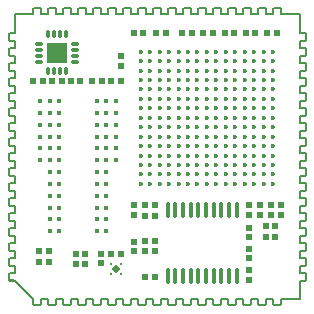
<source format=gbp>
G04 Layer_Color=128*
%FSLAX43Y43*%
%MOMM*%
G71*
G01*
G75*
%ADD16R,0.500X0.500*%
%ADD17R,0.500X0.500*%
%ADD35C,0.200*%
%ADD47C,0.300*%
%ADD48P,0.707X4X180.0*%
%ADD49O,0.750X0.300*%
%ADD50O,0.300X0.750*%
%ADD51R,1.800X1.800*%
%ADD52C,0.360*%
%ADD53C,0.410*%
%ADD54O,0.350X1.400*%
D16*
X-4800Y-8200D02*
D03*
Y-9000D02*
D03*
X-2000Y-7200D02*
D03*
Y-8000D02*
D03*
X7800Y-8600D02*
D03*
Y-7800D02*
D03*
X7800Y-6000D02*
D03*
Y-6800D02*
D03*
Y-9600D02*
D03*
Y-10400D02*
D03*
X-2000Y-4900D02*
D03*
Y-4100D02*
D03*
X-3100Y7700D02*
D03*
Y8500D02*
D03*
X10500Y-4900D02*
D03*
Y-4100D02*
D03*
X9600D02*
D03*
Y-4900D02*
D03*
X8700Y-4100D02*
D03*
Y-4900D02*
D03*
X7800D02*
D03*
Y-4100D02*
D03*
D17*
X-3900Y-8200D02*
D03*
X-3100D02*
D03*
X-6100Y-9100D02*
D03*
X-6900D02*
D03*
X-8100Y6400D02*
D03*
X-8900D02*
D03*
X-1000Y-8000D02*
D03*
X-200D02*
D03*
X-1000Y-7100D02*
D03*
X-200D02*
D03*
X-1000Y-10200D02*
D03*
X-200D02*
D03*
X-1200Y10500D02*
D03*
X-2000D02*
D03*
X-100D02*
D03*
X700D02*
D03*
X2900D02*
D03*
X2100D02*
D03*
X-6900Y-8200D02*
D03*
X-6100D02*
D03*
X5700Y10500D02*
D03*
X6500D02*
D03*
X-9200Y-8900D02*
D03*
X-10000D02*
D03*
X4700Y10500D02*
D03*
X3900D02*
D03*
X-9200Y-8000D02*
D03*
X-10000D02*
D03*
X-4700Y6400D02*
D03*
X-5500D02*
D03*
X9300Y10500D02*
D03*
X10100D02*
D03*
X-3900Y6400D02*
D03*
X-3100D02*
D03*
X8300Y10500D02*
D03*
X7500D02*
D03*
X-7300Y6400D02*
D03*
X-6500D02*
D03*
X10000Y-5900D02*
D03*
X9200D02*
D03*
X10000Y-6800D02*
D03*
X9200D02*
D03*
X-9700Y6400D02*
D03*
X-10500D02*
D03*
X-200Y-5000D02*
D03*
X-1000D02*
D03*
Y-4100D02*
D03*
X-200D02*
D03*
D35*
X9240Y-12080D02*
X9810D01*
X7970D02*
X8540D01*
X6700D02*
X7270D01*
X5430D02*
X6000D01*
X4160D02*
X4730D01*
X2890D02*
X3460D01*
X1620D02*
X2190D01*
X350D02*
X920D01*
X-920D02*
X-350D01*
X-2190D02*
X-1620D01*
X-3460D02*
X-2890D01*
X-4730D02*
X-4160D01*
X-6000D02*
X-5430D01*
X-7270D02*
X-6700D01*
X-8540D02*
X-7970D01*
X-9810D02*
X-9240D01*
X-12480Y-10510D02*
X-12080D01*
X-12580Y-10410D02*
X-12480Y-10510D01*
X-12580Y-10410D02*
Y-9910D01*
X-12480Y-9810D01*
X-12080D01*
X-12480Y-9240D02*
X-12080D01*
X-12580Y-9140D02*
X-12480Y-9240D01*
X-12580Y-9140D02*
Y-8640D01*
X-12480Y-8540D01*
X-12080D01*
X-12480Y-7970D02*
X-12080D01*
X-12580Y-7870D02*
X-12480Y-7970D01*
X-12580Y-7870D02*
Y-7370D01*
X-12480Y-7270D01*
X-12080D01*
X-12480Y-6700D02*
X-12080D01*
X-12580Y-6600D02*
X-12480Y-6700D01*
X-12580Y-6600D02*
Y-6100D01*
X-12480Y-6000D01*
X-12080D01*
X-12480Y-5430D02*
X-12080D01*
X-12580Y-5330D02*
X-12480Y-5430D01*
X-12580Y-5330D02*
Y-4830D01*
X-12480Y-4730D01*
X-12080D01*
X-12480Y-4160D02*
X-12080D01*
X-12580Y-4060D02*
X-12480Y-4160D01*
X-12580Y-4060D02*
Y-3560D01*
X-12480Y-3460D01*
X-12080D01*
X-12480Y-2890D02*
X-12080D01*
X-12580Y-2790D02*
X-12480Y-2890D01*
X-12580Y-2790D02*
Y-2290D01*
X-12480Y-2190D01*
X-12080D01*
X-12480Y-1620D02*
X-12080D01*
X-12580Y-1520D02*
X-12480Y-1620D01*
X-12580Y-1520D02*
Y-1020D01*
X-12480Y-920D01*
X-12080D01*
X-12480Y-350D02*
X-12080D01*
X-12580Y-250D02*
X-12480Y-350D01*
X-12580Y-250D02*
Y250D01*
X-12480Y350D01*
X-12080D01*
X-12480Y920D02*
X-12080D01*
X-12580Y1020D02*
X-12480Y920D01*
X-12580Y1020D02*
Y1520D01*
X-12480Y1620D01*
X-12080D01*
X-12480Y2190D02*
X-12080D01*
X-12580Y2290D02*
X-12480Y2190D01*
X-12580Y2290D02*
Y2790D01*
X-12480Y2890D01*
X-12080D01*
X-12480Y3460D02*
X-12080D01*
X-12580Y3560D02*
X-12480Y3460D01*
X-12580Y3560D02*
Y4060D01*
X-12480Y4160D01*
X-12080D01*
X-12480Y4730D02*
X-12080D01*
X-12580Y4830D02*
X-12480Y4730D01*
X-12580Y4830D02*
Y5330D01*
X-12480Y5430D01*
X-12080D01*
X-12480Y6000D02*
X-12080D01*
X-12580Y6100D02*
X-12480Y6000D01*
X-12580Y6100D02*
Y6600D01*
X-12480Y6700D01*
X-12080D01*
X-12480Y7270D02*
X-12080D01*
X-12580Y7370D02*
X-12480Y7270D01*
X-12580Y7370D02*
Y7870D01*
X-12480Y7970D01*
X-12080D01*
X-12480Y8540D02*
X-12080D01*
X-12580Y8640D02*
X-12480Y8540D01*
X-12580Y8640D02*
Y9140D01*
X-12480Y9240D01*
X-12080D01*
X-12480Y9810D02*
X-12080D01*
X-12580Y9910D02*
X-12480Y9810D01*
X-12580Y9910D02*
Y10410D01*
X-12480Y10510D01*
X-12080D01*
X-10510Y12080D02*
Y12480D01*
X-10410Y12580D01*
X-9910D01*
X-9810Y12480D01*
Y12080D02*
Y12480D01*
X-9240Y12080D02*
Y12480D01*
X-9140Y12580D01*
X-8640D01*
X-8540Y12480D01*
Y12080D02*
Y12480D01*
X-7970Y12080D02*
Y12480D01*
X-7870Y12580D01*
X-7370D01*
X-7270Y12480D01*
Y12080D02*
Y12480D01*
X-6700Y12080D02*
Y12480D01*
X-6600Y12580D01*
X-6100D01*
X-6000Y12480D01*
Y12080D02*
Y12480D01*
X-5430Y12080D02*
Y12480D01*
X-5330Y12580D01*
X-4830D01*
X-4730Y12480D01*
Y12080D02*
Y12480D01*
X-4160Y12080D02*
Y12480D01*
X-4060Y12580D01*
X-3560D01*
X-3460Y12480D01*
Y12080D02*
Y12480D01*
X-2890Y12080D02*
Y12480D01*
X-2790Y12580D01*
X-2290D01*
X-2190Y12480D01*
Y12080D02*
Y12480D01*
X-1620Y12080D02*
Y12480D01*
X-1520Y12580D01*
X-1020D01*
X-920Y12480D01*
Y12080D02*
Y12480D01*
X-350Y12080D02*
Y12480D01*
X-250Y12580D01*
X250D01*
X350Y12480D01*
Y12080D02*
Y12480D01*
X920Y12080D02*
Y12480D01*
X1020Y12580D01*
X1520D01*
X1620Y12480D01*
Y12080D02*
Y12480D01*
X2190Y12080D02*
Y12480D01*
X2290Y12580D01*
X2790D01*
X2890Y12480D01*
Y12080D02*
Y12480D01*
X3460Y12080D02*
Y12480D01*
X3560Y12580D01*
X4060D01*
X4160Y12480D01*
Y12080D02*
Y12480D01*
X4730Y12080D02*
Y12480D01*
X4830Y12580D01*
X5330D01*
X5430Y12480D01*
Y12080D02*
Y12480D01*
X6000Y12080D02*
Y12480D01*
X6100Y12580D01*
X6600D01*
X6700Y12480D01*
Y12080D02*
Y12480D01*
X7270Y12080D02*
Y12480D01*
X7370Y12580D01*
X7870D01*
X7970Y12480D01*
Y12080D02*
Y12480D01*
X8540Y12080D02*
Y12480D01*
X8640Y12580D01*
X9140D01*
X9240Y12480D01*
Y12080D02*
Y12480D01*
X9810Y12080D02*
Y12480D01*
X9910Y12580D01*
X10410D01*
X10510Y12480D01*
Y12080D02*
Y12480D01*
X12080Y10510D02*
X12480D01*
X12580Y10410D01*
Y9910D02*
Y10410D01*
X12480Y9810D02*
X12580Y9910D01*
X12080Y9810D02*
X12480D01*
X12080Y9240D02*
X12480D01*
X12580Y9140D01*
Y8640D02*
Y9140D01*
X12480Y8540D02*
X12580Y8640D01*
X12080Y8540D02*
X12480D01*
X12080Y7970D02*
X12480D01*
X12580Y7870D01*
Y7370D02*
Y7870D01*
X12480Y7270D02*
X12580Y7370D01*
X12080Y7270D02*
X12480D01*
X12080Y6700D02*
X12480D01*
X12580Y6600D01*
Y6100D02*
Y6600D01*
X12480Y6000D02*
X12580Y6100D01*
X12080Y6000D02*
X12480D01*
X12080Y5430D02*
X12480D01*
X12580Y5330D01*
Y4830D02*
Y5330D01*
X12480Y4730D02*
X12580Y4830D01*
X12080Y4730D02*
X12480D01*
X12080Y4160D02*
X12480D01*
X12580Y4060D01*
Y3560D02*
Y4060D01*
X12480Y3460D02*
X12580Y3560D01*
X12080Y3460D02*
X12480D01*
X12080Y2890D02*
X12480D01*
X12580Y2790D01*
Y2290D02*
Y2790D01*
X12480Y2190D02*
X12580Y2290D01*
X12080Y2190D02*
X12480D01*
X12080Y1620D02*
X12480D01*
X12580Y1520D01*
Y1020D02*
Y1520D01*
X12480Y920D02*
X12580Y1020D01*
X12080Y920D02*
X12480D01*
X12080Y350D02*
X12480D01*
X12580Y250D01*
Y-250D02*
Y250D01*
X12480Y-350D02*
X12580Y-250D01*
X12080Y-350D02*
X12480D01*
X12080Y-920D02*
X12480D01*
X12580Y-1020D01*
Y-1520D02*
Y-1020D01*
X12480Y-1620D02*
X12580Y-1520D01*
X12080Y-1620D02*
X12480D01*
X12080Y-2190D02*
X12480D01*
X12580Y-2290D01*
Y-2790D02*
Y-2290D01*
X12480Y-2890D02*
X12580Y-2790D01*
X12080Y-2890D02*
X12480D01*
X12080Y-3460D02*
X12480D01*
X12580Y-3560D01*
Y-4060D02*
Y-3560D01*
X12480Y-4160D02*
X12580Y-4060D01*
X12080Y-4160D02*
X12480D01*
X12080Y-4730D02*
X12480D01*
X12580Y-4830D01*
Y-5330D02*
Y-4830D01*
X12480Y-5430D02*
X12580Y-5330D01*
X12080Y-5430D02*
X12480D01*
X12080Y-6000D02*
X12480D01*
X12580Y-6100D01*
Y-6600D02*
Y-6100D01*
X12480Y-6700D02*
X12580Y-6600D01*
X12080Y-6700D02*
X12480D01*
X12080Y-7270D02*
X12480D01*
X12580Y-7370D01*
Y-7870D02*
Y-7370D01*
X12480Y-7970D02*
X12580Y-7870D01*
X12080Y-7970D02*
X12480D01*
X12080Y-8540D02*
X12480D01*
X12580Y-8640D01*
Y-9140D02*
Y-8640D01*
X12480Y-9240D02*
X12580Y-9140D01*
X12080Y-9240D02*
X12480D01*
X12080Y-9810D02*
X12480D01*
X12580Y-9910D01*
Y-10410D02*
Y-9910D01*
X12480Y-10510D02*
X12580Y-10410D01*
X12080Y-10510D02*
X12480D01*
X10510Y-12480D02*
Y-12080D01*
X10410Y-12580D02*
X10510Y-12480D01*
X9910Y-12580D02*
X10410D01*
X9810Y-12480D02*
X9910Y-12580D01*
X9810Y-12480D02*
Y-12080D01*
X9240Y-12480D02*
Y-12080D01*
X9140Y-12580D02*
X9240Y-12480D01*
X8640Y-12580D02*
X9140D01*
X8540Y-12480D02*
X8640Y-12580D01*
X8540Y-12480D02*
Y-12080D01*
X7970Y-12480D02*
Y-12080D01*
X7870Y-12580D02*
X7970Y-12480D01*
X7370Y-12580D02*
X7870D01*
X7270Y-12480D02*
X7370Y-12580D01*
X7270Y-12480D02*
Y-12080D01*
X6700Y-12480D02*
Y-12080D01*
X6600Y-12580D02*
X6700Y-12480D01*
X6100Y-12580D02*
X6600D01*
X6000Y-12480D02*
X6100Y-12580D01*
X6000Y-12480D02*
Y-12080D01*
X5430Y-12480D02*
Y-12080D01*
X5330Y-12580D02*
X5430Y-12480D01*
X4830Y-12580D02*
X5330D01*
X4730Y-12480D02*
X4830Y-12580D01*
X4730Y-12480D02*
Y-12080D01*
X4160Y-12480D02*
Y-12080D01*
X4060Y-12580D02*
X4160Y-12480D01*
X3560Y-12580D02*
X4060D01*
X3460Y-12480D02*
X3560Y-12580D01*
X3460Y-12480D02*
Y-12080D01*
X2890Y-12480D02*
Y-12080D01*
X2790Y-12580D02*
X2890Y-12480D01*
X2290Y-12580D02*
X2790D01*
X2190Y-12480D02*
X2290Y-12580D01*
X2190Y-12480D02*
Y-12080D01*
X1620Y-12480D02*
Y-12080D01*
X1520Y-12580D02*
X1620Y-12480D01*
X1020Y-12580D02*
X1520D01*
X920Y-12480D02*
X1020Y-12580D01*
X920Y-12480D02*
Y-12080D01*
X350Y-12480D02*
Y-12080D01*
X250Y-12580D02*
X350Y-12480D01*
X-250Y-12580D02*
X250D01*
X-350Y-12480D02*
X-250Y-12580D01*
X-350Y-12480D02*
Y-12080D01*
X-920Y-12480D02*
Y-12080D01*
X-1020Y-12580D02*
X-920Y-12480D01*
X-1520Y-12580D02*
X-1020D01*
X-1620Y-12480D02*
X-1520Y-12580D01*
X-1620Y-12480D02*
Y-12080D01*
X-2190Y-12480D02*
Y-12080D01*
X-2290Y-12580D02*
X-2190Y-12480D01*
X-2790Y-12580D02*
X-2290D01*
X-2890Y-12480D02*
X-2790Y-12580D01*
X-2890Y-12480D02*
Y-12080D01*
X-3460Y-12480D02*
Y-12080D01*
X-3560Y-12580D02*
X-3460Y-12480D01*
X-4060Y-12580D02*
X-3560D01*
X-4160Y-12480D02*
X-4060Y-12580D01*
X-4160Y-12480D02*
Y-12080D01*
X-4730Y-12480D02*
Y-12080D01*
X-4830Y-12580D02*
X-4730Y-12480D01*
X-5330Y-12580D02*
X-4830D01*
X-5430Y-12480D02*
X-5330Y-12580D01*
X-5430Y-12480D02*
Y-12080D01*
X-6000Y-12480D02*
Y-12080D01*
X-6100Y-12580D02*
X-6000Y-12480D01*
X-6600Y-12580D02*
X-6100D01*
X-6700Y-12480D02*
X-6600Y-12580D01*
X-6700Y-12480D02*
Y-12080D01*
X-7270Y-12480D02*
Y-12080D01*
X-7370Y-12580D02*
X-7270Y-12480D01*
X-7870Y-12580D02*
X-7370D01*
X-7970Y-12480D02*
X-7870Y-12580D01*
X-7970Y-12480D02*
Y-12080D01*
X-8540Y-12480D02*
Y-12080D01*
X-8640Y-12580D02*
X-8540Y-12480D01*
X-9140Y-12580D02*
X-8640D01*
X-9240Y-12480D02*
X-9140Y-12580D01*
X-9240Y-12480D02*
Y-12080D01*
X-9810Y-12480D02*
Y-12080D01*
X-9910Y-12580D02*
X-9810Y-12480D01*
X-10410Y-12580D02*
X-9910D01*
X-10510Y-12480D02*
X-10410Y-12580D01*
X-10510Y-12480D02*
Y-12080D01*
X-12446Y-10465D02*
X-12090D01*
X-12573Y-10338D02*
X-12446Y-10465D01*
X-12573Y-10338D02*
Y-9982D01*
X-12446Y-9855D01*
X-12090D01*
X-12080Y-9810D02*
Y-9240D01*
Y-8540D02*
Y-7970D01*
Y-7270D02*
Y-6700D01*
Y-6000D02*
Y-5430D01*
Y-4730D02*
Y-4160D01*
Y-3460D02*
Y-2890D01*
Y-2190D02*
Y-1620D01*
Y-920D02*
Y-350D01*
Y350D02*
Y920D01*
Y1620D02*
Y2190D01*
Y2890D02*
Y3460D01*
Y4160D02*
Y4730D01*
Y5430D02*
Y6000D01*
Y6700D02*
Y7270D01*
Y7970D02*
Y8540D01*
Y9240D02*
Y9810D01*
X-9810Y12080D02*
X-9240D01*
X-8540D02*
X-7970D01*
X-7270D02*
X-6700D01*
X-6000D02*
X-5430D01*
X-4730D02*
X-4160D01*
X-3460D02*
X-2890D01*
X-2190D02*
X-1620D01*
X-920D02*
X-350D01*
X350D02*
X920D01*
X1620D02*
X2190D01*
X2890D02*
X3460D01*
X4160D02*
X4730D01*
X5430D02*
X6000D01*
X6700D02*
X7270D01*
X7970D02*
X8540D01*
X9240D02*
X9810D01*
X12080Y9240D02*
Y9810D01*
Y7970D02*
Y8540D01*
Y6700D02*
Y7270D01*
Y5430D02*
Y6000D01*
Y4160D02*
Y4730D01*
Y2890D02*
Y3460D01*
Y1620D02*
Y2190D01*
Y350D02*
Y920D01*
Y-920D02*
Y-350D01*
Y-2190D02*
Y-1620D01*
Y-3460D02*
Y-2890D01*
Y-4730D02*
Y-4160D01*
Y-6000D02*
Y-5430D01*
Y-7270D02*
Y-6700D01*
Y-8540D02*
Y-7970D01*
Y-9810D02*
Y-9240D01*
X10510Y-12080D02*
X12080D01*
Y-10510D01*
X10510Y12080D02*
X12080D01*
Y10510D02*
Y12080D01*
X-12080Y10510D02*
Y12080D01*
X-10510D01*
X-12080Y-10510D02*
X-10510Y-12080D01*
D47*
X-3100Y-9100D02*
D03*
Y-9900D02*
D03*
X-3900D02*
D03*
Y-9100D02*
D03*
D48*
X-3500Y-9500D02*
D03*
D49*
X-10050Y8050D02*
D03*
Y8550D02*
D03*
Y9050D02*
D03*
Y9550D02*
D03*
X-6950D02*
D03*
Y9050D02*
D03*
Y8550D02*
D03*
Y8050D02*
D03*
D50*
X-9250Y10350D02*
D03*
X-8750D02*
D03*
X-8250D02*
D03*
X-7750D02*
D03*
Y7250D02*
D03*
X-8250D02*
D03*
X-8750D02*
D03*
X-9250D02*
D03*
D51*
X-8500Y8800D02*
D03*
D52*
X9800Y8900D02*
D03*
X9000D02*
D03*
X8200D02*
D03*
X7400D02*
D03*
X6600D02*
D03*
X5800D02*
D03*
X5000D02*
D03*
X4200D02*
D03*
X3400D02*
D03*
X2600D02*
D03*
X1800D02*
D03*
X1000D02*
D03*
X200D02*
D03*
X-600D02*
D03*
X-1400D02*
D03*
X9800Y8100D02*
D03*
X9000D02*
D03*
X8200D02*
D03*
X7400D02*
D03*
X6600D02*
D03*
X5800D02*
D03*
X5000D02*
D03*
X4200D02*
D03*
X3400D02*
D03*
X2600D02*
D03*
X1800D02*
D03*
X1000D02*
D03*
X200D02*
D03*
X-600D02*
D03*
X-1400D02*
D03*
X9800Y7300D02*
D03*
X9000D02*
D03*
X8200D02*
D03*
X7400D02*
D03*
X6600D02*
D03*
X5800D02*
D03*
X5000D02*
D03*
X4200D02*
D03*
X3400D02*
D03*
X2600D02*
D03*
X1800D02*
D03*
X1000D02*
D03*
X200D02*
D03*
X-600D02*
D03*
X-1400D02*
D03*
X9800Y6500D02*
D03*
X9000D02*
D03*
X8200D02*
D03*
X7400D02*
D03*
X6600D02*
D03*
X5800D02*
D03*
X5000D02*
D03*
X4200D02*
D03*
X3400D02*
D03*
X2600D02*
D03*
X1800D02*
D03*
X1000D02*
D03*
X200D02*
D03*
X-600D02*
D03*
X-1400D02*
D03*
X9800Y5700D02*
D03*
X9000D02*
D03*
X8200D02*
D03*
X7400D02*
D03*
X6600D02*
D03*
X5800D02*
D03*
X5000D02*
D03*
X4200D02*
D03*
X3400D02*
D03*
X2600D02*
D03*
X1800D02*
D03*
X1000D02*
D03*
X200D02*
D03*
X-600D02*
D03*
X-1400D02*
D03*
X9800Y4900D02*
D03*
X9000D02*
D03*
X8200D02*
D03*
X7400D02*
D03*
X6600D02*
D03*
X5800D02*
D03*
X5000D02*
D03*
X4200D02*
D03*
X3400D02*
D03*
X2600D02*
D03*
X1800D02*
D03*
X1000D02*
D03*
X200D02*
D03*
X-600D02*
D03*
X-1400D02*
D03*
X9800Y4100D02*
D03*
X9000D02*
D03*
X8200D02*
D03*
X7400D02*
D03*
X6600D02*
D03*
X5800D02*
D03*
X5000D02*
D03*
X4200D02*
D03*
X3400D02*
D03*
X2600D02*
D03*
X1800D02*
D03*
X1000D02*
D03*
X200D02*
D03*
X-600D02*
D03*
X-1400D02*
D03*
X9800Y3300D02*
D03*
X9000D02*
D03*
X8200D02*
D03*
X7400D02*
D03*
X6600D02*
D03*
X5800D02*
D03*
X5000D02*
D03*
X4200D02*
D03*
X3400D02*
D03*
X2600D02*
D03*
X1800D02*
D03*
X1000D02*
D03*
X200D02*
D03*
X-600D02*
D03*
X-1400D02*
D03*
X9800Y2500D02*
D03*
X9000D02*
D03*
X8200D02*
D03*
X7400D02*
D03*
X6600D02*
D03*
X5800D02*
D03*
X5000D02*
D03*
X4200D02*
D03*
X3400D02*
D03*
X2600D02*
D03*
X1800D02*
D03*
X1000D02*
D03*
X200D02*
D03*
X-600D02*
D03*
X-1400D02*
D03*
X9800Y1700D02*
D03*
X9000D02*
D03*
X8200D02*
D03*
X7400D02*
D03*
X6600D02*
D03*
X5800D02*
D03*
X5000D02*
D03*
X4200D02*
D03*
X3400D02*
D03*
X2600D02*
D03*
X1800D02*
D03*
X1000D02*
D03*
X200D02*
D03*
X-600D02*
D03*
X-1400D02*
D03*
X9800Y900D02*
D03*
X9000D02*
D03*
X8200D02*
D03*
X7400D02*
D03*
X6600D02*
D03*
X5800D02*
D03*
X5000D02*
D03*
X4200D02*
D03*
X3400D02*
D03*
X2600D02*
D03*
X1800D02*
D03*
X1000D02*
D03*
X200D02*
D03*
X-600D02*
D03*
X-1400D02*
D03*
X9800Y100D02*
D03*
X9000D02*
D03*
X8200D02*
D03*
X7400D02*
D03*
X6600D02*
D03*
X5800D02*
D03*
X5000D02*
D03*
X4200D02*
D03*
X3400D02*
D03*
X2600D02*
D03*
X1800D02*
D03*
X1000D02*
D03*
X200D02*
D03*
X-600D02*
D03*
X-1400D02*
D03*
X9800Y-700D02*
D03*
X9000D02*
D03*
X8200D02*
D03*
X7400D02*
D03*
X6600D02*
D03*
X5800D02*
D03*
X5000D02*
D03*
X4200D02*
D03*
X3400D02*
D03*
X2600D02*
D03*
X1800D02*
D03*
X1000D02*
D03*
X200D02*
D03*
X-600D02*
D03*
X-1400D02*
D03*
X9800Y-1500D02*
D03*
X9000D02*
D03*
X8200D02*
D03*
X7400D02*
D03*
X6600D02*
D03*
X5800D02*
D03*
X5000D02*
D03*
X4200D02*
D03*
X3400D02*
D03*
X2600D02*
D03*
X1800D02*
D03*
X1000D02*
D03*
X200D02*
D03*
X-600D02*
D03*
X-1400D02*
D03*
X9800Y-2300D02*
D03*
X9000D02*
D03*
X8200D02*
D03*
X7400D02*
D03*
X6600D02*
D03*
X5800D02*
D03*
X5000D02*
D03*
X4200D02*
D03*
X3400D02*
D03*
X2600D02*
D03*
X1800D02*
D03*
X1000D02*
D03*
X200D02*
D03*
X-600D02*
D03*
X-1400D02*
D03*
D53*
X-9900Y-300D02*
D03*
Y700D02*
D03*
Y1700D02*
D03*
Y2700D02*
D03*
Y3700D02*
D03*
Y4700D02*
D03*
X-9100Y-6300D02*
D03*
Y-5300D02*
D03*
Y-4300D02*
D03*
Y-3300D02*
D03*
Y-2300D02*
D03*
Y-1300D02*
D03*
Y-300D02*
D03*
Y700D02*
D03*
Y1700D02*
D03*
Y2700D02*
D03*
Y3700D02*
D03*
Y4700D02*
D03*
X-8300Y-6300D02*
D03*
Y-5300D02*
D03*
Y-4300D02*
D03*
Y-3300D02*
D03*
Y-2300D02*
D03*
Y-1300D02*
D03*
Y-300D02*
D03*
Y700D02*
D03*
Y1700D02*
D03*
Y2700D02*
D03*
Y3700D02*
D03*
Y4700D02*
D03*
X-5100Y-6300D02*
D03*
Y-5300D02*
D03*
Y-4300D02*
D03*
Y-3300D02*
D03*
Y-2300D02*
D03*
Y-1300D02*
D03*
Y-300D02*
D03*
Y700D02*
D03*
Y1700D02*
D03*
Y2700D02*
D03*
Y3700D02*
D03*
Y4700D02*
D03*
X-4300Y-6300D02*
D03*
Y-5300D02*
D03*
Y-4300D02*
D03*
Y-3300D02*
D03*
Y-2300D02*
D03*
Y-1300D02*
D03*
Y-300D02*
D03*
Y700D02*
D03*
Y1700D02*
D03*
Y2700D02*
D03*
Y3700D02*
D03*
Y4700D02*
D03*
X-3500Y-300D02*
D03*
Y700D02*
D03*
Y1700D02*
D03*
Y2700D02*
D03*
Y3700D02*
D03*
Y4700D02*
D03*
D54*
X6725Y-10100D02*
D03*
X6075D02*
D03*
X5425D02*
D03*
X4775D02*
D03*
X4125D02*
D03*
X3475D02*
D03*
X2825D02*
D03*
X2175D02*
D03*
X1525D02*
D03*
X875D02*
D03*
X6725Y-4500D02*
D03*
X6075D02*
D03*
X5425D02*
D03*
X4775D02*
D03*
X4125D02*
D03*
X3475D02*
D03*
X2825D02*
D03*
X2175D02*
D03*
X1525D02*
D03*
X875D02*
D03*
M02*

</source>
